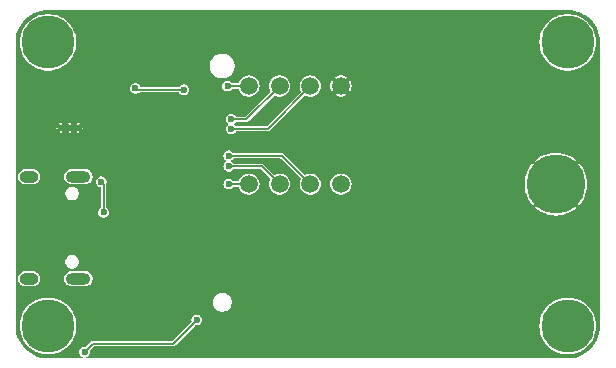
<source format=gbl>
G04 #@! TF.GenerationSoftware,KiCad,Pcbnew,8.0.1+dfsg-1*
G04 #@! TF.CreationDate,2024-10-13T21:14:54+00:00*
G04 #@! TF.ProjectId,usb2m2e,75736232-6d32-4652-9e6b-696361645f70,rev?*
G04 #@! TF.SameCoordinates,Original*
G04 #@! TF.FileFunction,Copper,L2,Bot*
G04 #@! TF.FilePolarity,Positive*
%FSLAX46Y46*%
G04 Gerber Fmt 4.6, Leading zero omitted, Abs format (unit mm)*
G04 Created by KiCad (PCBNEW 8.0.1+dfsg-1) date 2024-10-13 21:14:54*
%MOMM*%
%LPD*%
G01*
G04 APERTURE LIST*
G04 #@! TA.AperFunction,ComponentPad*
%ADD10C,4.500000*%
G04 #@! TD*
G04 #@! TA.AperFunction,HeatsinkPad*
%ADD11C,0.500000*%
G04 #@! TD*
G04 #@! TA.AperFunction,HeatsinkPad*
%ADD12R,2.000000X0.500000*%
G04 #@! TD*
G04 #@! TA.AperFunction,ComponentPad*
%ADD13O,2.100000X1.000000*%
G04 #@! TD*
G04 #@! TA.AperFunction,ComponentPad*
%ADD14O,1.600000X1.000000*%
G04 #@! TD*
G04 #@! TA.AperFunction,ComponentPad*
%ADD15C,5.000000*%
G04 #@! TD*
G04 #@! TA.AperFunction,SMDPad,CuDef*
%ADD16C,1.500000*%
G04 #@! TD*
G04 #@! TA.AperFunction,ViaPad*
%ADD17C,0.800000*%
G04 #@! TD*
G04 #@! TA.AperFunction,ViaPad*
%ADD18C,0.600000*%
G04 #@! TD*
G04 #@! TA.AperFunction,Conductor*
%ADD19C,0.150000*%
G04 #@! TD*
G04 APERTURE END LIST*
D10*
X122000000Y-71000000D03*
X166000000Y-95000000D03*
D11*
X123075000Y-78237500D03*
X123825000Y-78237500D03*
D12*
X123825000Y-78237500D03*
D11*
X124575000Y-78237500D03*
D10*
X166000000Y-71000000D03*
D13*
X124570000Y-82360000D03*
D14*
X120390000Y-82360000D03*
D13*
X124570000Y-91000000D03*
D14*
X120390000Y-91000000D03*
D10*
X122000000Y-95000000D03*
D15*
X165000000Y-83000000D03*
D16*
X144200000Y-74700000D03*
X146800000Y-83000000D03*
X146800000Y-74700000D03*
X144200000Y-83000000D03*
X139000000Y-83000000D03*
X139000000Y-74700000D03*
X141600000Y-83000000D03*
X141600000Y-74700000D03*
D17*
X137600000Y-88000000D03*
D18*
X129500000Y-89200000D03*
D17*
X132900000Y-78250000D03*
X120200000Y-77200000D03*
D18*
X127000000Y-97100000D03*
X125300000Y-80400000D03*
X121600000Y-89900000D03*
D17*
X125800000Y-74300000D03*
X142700000Y-96000000D03*
X132900000Y-76750000D03*
X143900000Y-94500000D03*
X130100000Y-75650000D03*
X128200000Y-76800000D03*
D18*
X135500000Y-94500000D03*
D17*
X126400000Y-91700000D03*
D18*
X126000000Y-97200000D03*
X121350000Y-83500000D03*
D17*
X132900000Y-79750000D03*
X132850000Y-82750000D03*
D18*
X122000000Y-81300000D03*
D17*
X132850000Y-90750000D03*
X132850000Y-84250000D03*
X120700000Y-76000000D03*
X128200000Y-77900000D03*
X132850000Y-92200000D03*
D18*
X130200000Y-85900000D03*
D17*
X124300000Y-92600000D03*
X123300000Y-74300000D03*
X145100000Y-96000000D03*
X132900000Y-81250000D03*
D18*
X126700000Y-85400000D03*
X126507053Y-82791975D03*
X129400000Y-74900000D03*
X133500000Y-75000000D03*
D17*
X146800000Y-83000000D03*
D18*
X137300000Y-83000000D03*
X137500000Y-78300000D03*
X134600000Y-94500000D03*
X125100000Y-97200000D03*
X137300000Y-81500000D03*
X137300000Y-80600000D03*
X137200000Y-74700000D03*
X137500000Y-77500000D03*
D19*
X126700000Y-85400000D02*
X126700000Y-82984922D01*
X126700000Y-82984922D02*
X126507053Y-82791975D01*
X129400000Y-74900000D02*
X129500000Y-75000000D01*
X129500000Y-75000000D02*
X133500000Y-75000000D01*
X137300000Y-83000000D02*
X139000000Y-83000000D01*
X137500000Y-78300000D02*
X140600000Y-78300000D01*
X140600000Y-78300000D02*
X144200000Y-74700000D01*
X125800000Y-96500000D02*
X129500000Y-96500000D01*
X132600000Y-96500000D02*
X134600000Y-94500000D01*
X125100000Y-97200000D02*
X125800000Y-96500000D01*
X129500000Y-96500000D02*
X132600000Y-96500000D01*
X140100000Y-81500000D02*
X141600000Y-83000000D01*
X137300000Y-81500000D02*
X140100000Y-81500000D01*
X144200000Y-83000000D02*
X141800000Y-80600000D01*
X141800000Y-80600000D02*
X137300000Y-80600000D01*
X137200000Y-74700000D02*
X139000000Y-74700000D01*
X138800000Y-77500000D02*
X141600000Y-74700000D01*
X137500000Y-77500000D02*
X138800000Y-77500000D01*
G04 #@! TA.AperFunction,Conductor*
G36*
X166002065Y-68250615D02*
G01*
X166303708Y-68267555D01*
X166311944Y-68268484D01*
X166607719Y-68318739D01*
X166615810Y-68320585D01*
X166904119Y-68403645D01*
X166911933Y-68406379D01*
X167189122Y-68521195D01*
X167196598Y-68524795D01*
X167400263Y-68637357D01*
X167459182Y-68669920D01*
X167466209Y-68674335D01*
X167710901Y-68847953D01*
X167717389Y-68853128D01*
X167941091Y-69053041D01*
X167946958Y-69058908D01*
X168146871Y-69282610D01*
X168152046Y-69289098D01*
X168325664Y-69533790D01*
X168330079Y-69540817D01*
X168475204Y-69803401D01*
X168478804Y-69810877D01*
X168593616Y-70088057D01*
X168596357Y-70095890D01*
X168679414Y-70384190D01*
X168681260Y-70392280D01*
X168731514Y-70688049D01*
X168732444Y-70696296D01*
X168749384Y-70997934D01*
X168749500Y-71002083D01*
X168749500Y-94997916D01*
X168749384Y-95002065D01*
X168732444Y-95303703D01*
X168731514Y-95311950D01*
X168681260Y-95607719D01*
X168679414Y-95615809D01*
X168596357Y-95904109D01*
X168593616Y-95911942D01*
X168478804Y-96189122D01*
X168475204Y-96196598D01*
X168330079Y-96459182D01*
X168325664Y-96466209D01*
X168152046Y-96710901D01*
X168146871Y-96717389D01*
X167946958Y-96941091D01*
X167941091Y-96946958D01*
X167717389Y-97146871D01*
X167710901Y-97152046D01*
X167466209Y-97325664D01*
X167459182Y-97330079D01*
X167196598Y-97475204D01*
X167189122Y-97478804D01*
X166911942Y-97593616D01*
X166904109Y-97596357D01*
X166615809Y-97679414D01*
X166607719Y-97681260D01*
X166311950Y-97731514D01*
X166303703Y-97732444D01*
X166002066Y-97749384D01*
X165997917Y-97749500D01*
X125330254Y-97749500D01*
X125277928Y-97727826D01*
X125256254Y-97675500D01*
X125277928Y-97623174D01*
X125290247Y-97613247D01*
X125316528Y-97596357D01*
X125398049Y-97543967D01*
X125482882Y-97446063D01*
X125536697Y-97328226D01*
X125555133Y-97200000D01*
X125543279Y-97117559D01*
X125557286Y-97062683D01*
X125564192Y-97054711D01*
X125871732Y-96747174D01*
X125924058Y-96725500D01*
X129455145Y-96725500D01*
X132546525Y-96725500D01*
X132546533Y-96725501D01*
X132555145Y-96725501D01*
X132644854Y-96725501D01*
X132644855Y-96725501D01*
X132703460Y-96701225D01*
X132727736Y-96691170D01*
X132791170Y-96627736D01*
X132791170Y-96627735D01*
X132801575Y-96617330D01*
X132801577Y-96617327D01*
X134418904Y-94999999D01*
X163594754Y-94999999D01*
X163594754Y-95000000D01*
X163613719Y-95301447D01*
X163613722Y-95301470D01*
X163670318Y-95598157D01*
X163670322Y-95598173D01*
X163763654Y-95885419D01*
X163763656Y-95885423D01*
X163892267Y-96158737D01*
X164054114Y-96413767D01*
X164246647Y-96646500D01*
X164246650Y-96646502D01*
X164246651Y-96646504D01*
X164466838Y-96853274D01*
X164711205Y-97030816D01*
X164975896Y-97176332D01*
X165035675Y-97200000D01*
X165256730Y-97287522D01*
X165256734Y-97287524D01*
X165256738Y-97287525D01*
X165549302Y-97362642D01*
X165549298Y-97362642D01*
X165848965Y-97400499D01*
X165848972Y-97400500D01*
X165848973Y-97400500D01*
X166151028Y-97400500D01*
X166151031Y-97400499D01*
X166450698Y-97362642D01*
X166743262Y-97287525D01*
X167024104Y-97176332D01*
X167288795Y-97030816D01*
X167533162Y-96853274D01*
X167753349Y-96646504D01*
X167945885Y-96413768D01*
X168107733Y-96158736D01*
X168236341Y-95885430D01*
X168250308Y-95842446D01*
X168329677Y-95598173D01*
X168329677Y-95598170D01*
X168329681Y-95598160D01*
X168386280Y-95301457D01*
X168405246Y-95000000D01*
X168386280Y-94698543D01*
X168329681Y-94401840D01*
X168329678Y-94401833D01*
X168329677Y-94401826D01*
X168236345Y-94114580D01*
X168236343Y-94114576D01*
X168236342Y-94114575D01*
X168236341Y-94114570D01*
X168107733Y-93841264D01*
X168081863Y-93800500D01*
X167945885Y-93586232D01*
X167753352Y-93353499D01*
X167753349Y-93353496D01*
X167533162Y-93146726D01*
X167431191Y-93072640D01*
X167288800Y-92969187D01*
X167201436Y-92921158D01*
X167024104Y-92823668D01*
X167024097Y-92823665D01*
X166743269Y-92712477D01*
X166743265Y-92712475D01*
X166450696Y-92637357D01*
X166450701Y-92637357D01*
X166151034Y-92599500D01*
X166151027Y-92599500D01*
X165848973Y-92599500D01*
X165848965Y-92599500D01*
X165549301Y-92637357D01*
X165256734Y-92712475D01*
X165256730Y-92712477D01*
X164975902Y-92823665D01*
X164975895Y-92823668D01*
X164711199Y-92969187D01*
X164466839Y-93146725D01*
X164246647Y-93353499D01*
X164054114Y-93586232D01*
X163892267Y-93841262D01*
X163763656Y-94114576D01*
X163763654Y-94114580D01*
X163670322Y-94401826D01*
X163670318Y-94401842D01*
X163613722Y-94698529D01*
X163613719Y-94698552D01*
X163594754Y-94999999D01*
X134418904Y-94999999D01*
X134452526Y-94966377D01*
X134504851Y-94944704D01*
X134525699Y-94947702D01*
X134535228Y-94950500D01*
X134535229Y-94950500D01*
X134664772Y-94950500D01*
X134789069Y-94914004D01*
X134898049Y-94843967D01*
X134982882Y-94746063D01*
X135036697Y-94628226D01*
X135055133Y-94500000D01*
X135036697Y-94371774D01*
X134982882Y-94253937D01*
X134898049Y-94156033D01*
X134831032Y-94112964D01*
X134789068Y-94085995D01*
X134664772Y-94049500D01*
X134535228Y-94049500D01*
X134410931Y-94085995D01*
X134301954Y-94156031D01*
X134301950Y-94156034D01*
X134217119Y-94253935D01*
X134163302Y-94371776D01*
X134144867Y-94500000D01*
X134156719Y-94582439D01*
X134142712Y-94637316D01*
X134135798Y-94645295D01*
X132528269Y-96252826D01*
X132475943Y-96274500D01*
X125755145Y-96274500D01*
X125672266Y-96308828D01*
X125672262Y-96308831D01*
X125247473Y-96733620D01*
X125195147Y-96755294D01*
X125174301Y-96752297D01*
X125164774Y-96749500D01*
X125164772Y-96749500D01*
X125035228Y-96749500D01*
X124910931Y-96785995D01*
X124801954Y-96856031D01*
X124801950Y-96856034D01*
X124717119Y-96953935D01*
X124663302Y-97071776D01*
X124644867Y-97200000D01*
X124663302Y-97328223D01*
X124663302Y-97328224D01*
X124663303Y-97328226D01*
X124717118Y-97446063D01*
X124801951Y-97543967D01*
X124883472Y-97596357D01*
X124909753Y-97613247D01*
X124942055Y-97659770D01*
X124931999Y-97715507D01*
X124885476Y-97747809D01*
X124869746Y-97749500D01*
X122002083Y-97749500D01*
X121997934Y-97749384D01*
X121696296Y-97732444D01*
X121688049Y-97731514D01*
X121392280Y-97681260D01*
X121384190Y-97679414D01*
X121095890Y-97596357D01*
X121088057Y-97593616D01*
X120810877Y-97478804D01*
X120803401Y-97475204D01*
X120540817Y-97330079D01*
X120533790Y-97325664D01*
X120289098Y-97152046D01*
X120282610Y-97146871D01*
X120058908Y-96946958D01*
X120053041Y-96941091D01*
X119853128Y-96717389D01*
X119847953Y-96710901D01*
X119674335Y-96466209D01*
X119669920Y-96459182D01*
X119586823Y-96308830D01*
X119524795Y-96196598D01*
X119521195Y-96189122D01*
X119508609Y-96158736D01*
X119406379Y-95911933D01*
X119403645Y-95904119D01*
X119320585Y-95615809D01*
X119318739Y-95607719D01*
X119268485Y-95311950D01*
X119267555Y-95303703D01*
X119267428Y-95301447D01*
X119250616Y-95002065D01*
X119250558Y-94999999D01*
X119594754Y-94999999D01*
X119594754Y-95000000D01*
X119613719Y-95301447D01*
X119613722Y-95301470D01*
X119670318Y-95598157D01*
X119670322Y-95598173D01*
X119763654Y-95885419D01*
X119763656Y-95885423D01*
X119892267Y-96158737D01*
X120054114Y-96413767D01*
X120246647Y-96646500D01*
X120246650Y-96646502D01*
X120246651Y-96646504D01*
X120466838Y-96853274D01*
X120711205Y-97030816D01*
X120975896Y-97176332D01*
X121035675Y-97200000D01*
X121256730Y-97287522D01*
X121256734Y-97287524D01*
X121256738Y-97287525D01*
X121549302Y-97362642D01*
X121549298Y-97362642D01*
X121848965Y-97400499D01*
X121848972Y-97400500D01*
X121848973Y-97400500D01*
X122151028Y-97400500D01*
X122151031Y-97400499D01*
X122450698Y-97362642D01*
X122743262Y-97287525D01*
X123024104Y-97176332D01*
X123288795Y-97030816D01*
X123533162Y-96853274D01*
X123753349Y-96646504D01*
X123945885Y-96413768D01*
X124107733Y-96158736D01*
X124236341Y-95885430D01*
X124250308Y-95842446D01*
X124329677Y-95598173D01*
X124329677Y-95598170D01*
X124329681Y-95598160D01*
X124386280Y-95301457D01*
X124405246Y-95000000D01*
X124386280Y-94698543D01*
X124329681Y-94401840D01*
X124329678Y-94401833D01*
X124329677Y-94401826D01*
X124236345Y-94114580D01*
X124236343Y-94114576D01*
X124236342Y-94114575D01*
X124236341Y-94114570D01*
X124107733Y-93841264D01*
X124081863Y-93800500D01*
X123945885Y-93586232D01*
X123753352Y-93353499D01*
X123753349Y-93353496D01*
X123533162Y-93146726D01*
X123431191Y-93072640D01*
X123288800Y-92969187D01*
X123201438Y-92921159D01*
X135949500Y-92921159D01*
X135949500Y-93078840D01*
X135980261Y-93233491D01*
X135980264Y-93233501D01*
X136040603Y-93379174D01*
X136040605Y-93379177D01*
X136040606Y-93379179D01*
X136128211Y-93510289D01*
X136239711Y-93621789D01*
X136370821Y-93709394D01*
X136370826Y-93709396D01*
X136370825Y-93709396D01*
X136516498Y-93769735D01*
X136516503Y-93769737D01*
X136671158Y-93800500D01*
X136671160Y-93800500D01*
X136828840Y-93800500D01*
X136828842Y-93800500D01*
X136983497Y-93769737D01*
X137129179Y-93709394D01*
X137260289Y-93621789D01*
X137371789Y-93510289D01*
X137459394Y-93379179D01*
X137519737Y-93233497D01*
X137550500Y-93078842D01*
X137550500Y-92921158D01*
X137519737Y-92766503D01*
X137466244Y-92637358D01*
X137459396Y-92620825D01*
X137459395Y-92620823D01*
X137459394Y-92620821D01*
X137371789Y-92489711D01*
X137260289Y-92378211D01*
X137129179Y-92290606D01*
X137129175Y-92290604D01*
X137129173Y-92290603D01*
X137129174Y-92290603D01*
X136983501Y-92230264D01*
X136983491Y-92230261D01*
X136879925Y-92209661D01*
X136828842Y-92199500D01*
X136671158Y-92199500D01*
X136627315Y-92208220D01*
X136516508Y-92230261D01*
X136516498Y-92230264D01*
X136370825Y-92290603D01*
X136239711Y-92378210D01*
X136239710Y-92378212D01*
X136128212Y-92489710D01*
X136128210Y-92489711D01*
X136040603Y-92620825D01*
X135980264Y-92766498D01*
X135980261Y-92766508D01*
X135949500Y-92921159D01*
X123201438Y-92921159D01*
X123201436Y-92921158D01*
X123024104Y-92823668D01*
X123024097Y-92823665D01*
X122743269Y-92712477D01*
X122743265Y-92712475D01*
X122450696Y-92637357D01*
X122450701Y-92637357D01*
X122151034Y-92599500D01*
X122151027Y-92599500D01*
X121848973Y-92599500D01*
X121848965Y-92599500D01*
X121549301Y-92637357D01*
X121256734Y-92712475D01*
X121256730Y-92712477D01*
X120975902Y-92823665D01*
X120975895Y-92823668D01*
X120711199Y-92969187D01*
X120466839Y-93146725D01*
X120246647Y-93353499D01*
X120054114Y-93586232D01*
X119892267Y-93841262D01*
X119763656Y-94114576D01*
X119763654Y-94114580D01*
X119670322Y-94401826D01*
X119670318Y-94401842D01*
X119613722Y-94698529D01*
X119613719Y-94698552D01*
X119594754Y-94999999D01*
X119250558Y-94999999D01*
X119250500Y-94997916D01*
X119250500Y-90935932D01*
X119439500Y-90935932D01*
X119439500Y-91064067D01*
X119464497Y-91189739D01*
X119464498Y-91189742D01*
X119464499Y-91189744D01*
X119513535Y-91308127D01*
X119584724Y-91414669D01*
X119675331Y-91505276D01*
X119781873Y-91576465D01*
X119900256Y-91625501D01*
X119900258Y-91625501D01*
X119900260Y-91625502D01*
X119942903Y-91633984D01*
X120025931Y-91650500D01*
X120025933Y-91650500D01*
X120754067Y-91650500D01*
X120754069Y-91650500D01*
X120879744Y-91625501D01*
X120998127Y-91576465D01*
X121104669Y-91505276D01*
X121195276Y-91414669D01*
X121266465Y-91308127D01*
X121315501Y-91189744D01*
X121340500Y-91064069D01*
X121340500Y-90935932D01*
X123369500Y-90935932D01*
X123369500Y-91064067D01*
X123394497Y-91189739D01*
X123394498Y-91189742D01*
X123394499Y-91189744D01*
X123443535Y-91308127D01*
X123514724Y-91414669D01*
X123605331Y-91505276D01*
X123711873Y-91576465D01*
X123830256Y-91625501D01*
X123830258Y-91625501D01*
X123830260Y-91625502D01*
X123872903Y-91633984D01*
X123955931Y-91650500D01*
X123955933Y-91650500D01*
X125184067Y-91650500D01*
X125184069Y-91650500D01*
X125309744Y-91625501D01*
X125428127Y-91576465D01*
X125534669Y-91505276D01*
X125625276Y-91414669D01*
X125696465Y-91308127D01*
X125745501Y-91189744D01*
X125770500Y-91064069D01*
X125770500Y-90935931D01*
X125745501Y-90810256D01*
X125696465Y-90691873D01*
X125625276Y-90585331D01*
X125534669Y-90494724D01*
X125428127Y-90423535D01*
X125428124Y-90423533D01*
X125428123Y-90423533D01*
X125309742Y-90374498D01*
X125309739Y-90374497D01*
X125219696Y-90356586D01*
X125184069Y-90349500D01*
X123955931Y-90349500D01*
X123924726Y-90355707D01*
X123830260Y-90374497D01*
X123830257Y-90374498D01*
X123711876Y-90423533D01*
X123605331Y-90494723D01*
X123605330Y-90494725D01*
X123514725Y-90585330D01*
X123514723Y-90585331D01*
X123443533Y-90691876D01*
X123394498Y-90810257D01*
X123394497Y-90810260D01*
X123369500Y-90935932D01*
X121340500Y-90935932D01*
X121340500Y-90935931D01*
X121315501Y-90810256D01*
X121266465Y-90691873D01*
X121195276Y-90585331D01*
X121104669Y-90494724D01*
X120998127Y-90423535D01*
X120998124Y-90423533D01*
X120998123Y-90423533D01*
X120879742Y-90374498D01*
X120879739Y-90374497D01*
X120789696Y-90356586D01*
X120754069Y-90349500D01*
X120025931Y-90349500D01*
X119994726Y-90355707D01*
X119900260Y-90374497D01*
X119900257Y-90374498D01*
X119781876Y-90423533D01*
X119675331Y-90494723D01*
X119675330Y-90494725D01*
X119584725Y-90585330D01*
X119584723Y-90585331D01*
X119513533Y-90691876D01*
X119464498Y-90810257D01*
X119464497Y-90810260D01*
X119439500Y-90935932D01*
X119250500Y-90935932D01*
X119250500Y-89494231D01*
X123464500Y-89494231D01*
X123464500Y-89645768D01*
X123503717Y-89792130D01*
X123503718Y-89792133D01*
X123503719Y-89792135D01*
X123579485Y-89923365D01*
X123686635Y-90030515D01*
X123817865Y-90106281D01*
X123964231Y-90145499D01*
X123964232Y-90145500D01*
X123964234Y-90145500D01*
X124115768Y-90145500D01*
X124115768Y-90145499D01*
X124262135Y-90106281D01*
X124393365Y-90030515D01*
X124500515Y-89923365D01*
X124576281Y-89792135D01*
X124615499Y-89645768D01*
X124615500Y-89645768D01*
X124615500Y-89494232D01*
X124615499Y-89494231D01*
X124576282Y-89347869D01*
X124576281Y-89347865D01*
X124500515Y-89216635D01*
X124393365Y-89109485D01*
X124393362Y-89109483D01*
X124262139Y-89033721D01*
X124262130Y-89033717D01*
X124115768Y-88994500D01*
X124115766Y-88994500D01*
X123964234Y-88994500D01*
X123964232Y-88994500D01*
X123817869Y-89033717D01*
X123817860Y-89033721D01*
X123686637Y-89109483D01*
X123579483Y-89216637D01*
X123503721Y-89347860D01*
X123503717Y-89347869D01*
X123464500Y-89494231D01*
X119250500Y-89494231D01*
X119250500Y-83714231D01*
X123464500Y-83714231D01*
X123464500Y-83865768D01*
X123503717Y-84012130D01*
X123503721Y-84012139D01*
X123579483Y-84143362D01*
X123579485Y-84143365D01*
X123686635Y-84250515D01*
X123817865Y-84326281D01*
X123964231Y-84365499D01*
X123964232Y-84365500D01*
X123964234Y-84365500D01*
X124115768Y-84365500D01*
X124115768Y-84365499D01*
X124262135Y-84326281D01*
X124393365Y-84250515D01*
X124500515Y-84143365D01*
X124576281Y-84012135D01*
X124615499Y-83865768D01*
X124615500Y-83865768D01*
X124615500Y-83714232D01*
X124615499Y-83714231D01*
X124606688Y-83681349D01*
X124576281Y-83567865D01*
X124500515Y-83436635D01*
X124393365Y-83329485D01*
X124393362Y-83329483D01*
X124262139Y-83253721D01*
X124262130Y-83253717D01*
X124115768Y-83214500D01*
X124115766Y-83214500D01*
X123964234Y-83214500D01*
X123964232Y-83214500D01*
X123817869Y-83253717D01*
X123817860Y-83253721D01*
X123686637Y-83329483D01*
X123579483Y-83436637D01*
X123503721Y-83567860D01*
X123503717Y-83567869D01*
X123464500Y-83714231D01*
X119250500Y-83714231D01*
X119250500Y-82295931D01*
X119439500Y-82295931D01*
X119439500Y-82424069D01*
X119444262Y-82448008D01*
X119464497Y-82549739D01*
X119464498Y-82549742D01*
X119511721Y-82663749D01*
X119513535Y-82668127D01*
X119584724Y-82774669D01*
X119675331Y-82865276D01*
X119781873Y-82936465D01*
X119900256Y-82985501D01*
X119900258Y-82985501D01*
X119900260Y-82985502D01*
X119942903Y-82993984D01*
X120025931Y-83010500D01*
X120025933Y-83010500D01*
X120754067Y-83010500D01*
X120754069Y-83010500D01*
X120879744Y-82985501D01*
X120998127Y-82936465D01*
X121104669Y-82865276D01*
X121195276Y-82774669D01*
X121266465Y-82668127D01*
X121315501Y-82549744D01*
X121340500Y-82424069D01*
X121340500Y-82295931D01*
X123369500Y-82295931D01*
X123369500Y-82424069D01*
X123374262Y-82448008D01*
X123394497Y-82549739D01*
X123394498Y-82549742D01*
X123441721Y-82663749D01*
X123443535Y-82668127D01*
X123514724Y-82774669D01*
X123605331Y-82865276D01*
X123711873Y-82936465D01*
X123830256Y-82985501D01*
X123830258Y-82985501D01*
X123830260Y-82985502D01*
X123872903Y-82993984D01*
X123955931Y-83010500D01*
X123955933Y-83010500D01*
X125184067Y-83010500D01*
X125184069Y-83010500D01*
X125309744Y-82985501D01*
X125428127Y-82936465D01*
X125534669Y-82865276D01*
X125607970Y-82791975D01*
X126051920Y-82791975D01*
X126070355Y-82920198D01*
X126070355Y-82920199D01*
X126070356Y-82920201D01*
X126124171Y-83038038D01*
X126209004Y-83135942D01*
X126317984Y-83205979D01*
X126421347Y-83236328D01*
X126465448Y-83271866D01*
X126474500Y-83307331D01*
X126474500Y-84969000D01*
X126452826Y-85021326D01*
X126440509Y-85031252D01*
X126401953Y-85056031D01*
X126401950Y-85056034D01*
X126317119Y-85153935D01*
X126263302Y-85271776D01*
X126244867Y-85400000D01*
X126263302Y-85528223D01*
X126263302Y-85528224D01*
X126263303Y-85528226D01*
X126317118Y-85646063D01*
X126401951Y-85743967D01*
X126510931Y-85814004D01*
X126635228Y-85850500D01*
X126764772Y-85850500D01*
X126889069Y-85814004D01*
X126998049Y-85743967D01*
X127082882Y-85646063D01*
X127136697Y-85528226D01*
X127155133Y-85400000D01*
X127136697Y-85271774D01*
X127082882Y-85153937D01*
X126998049Y-85056033D01*
X126998046Y-85056031D01*
X126959491Y-85031252D01*
X126927191Y-84984728D01*
X126925500Y-84969000D01*
X126925500Y-83000000D01*
X136844867Y-83000000D01*
X136863302Y-83128223D01*
X136863302Y-83128224D01*
X136863303Y-83128226D01*
X136917118Y-83246063D01*
X137001951Y-83343967D01*
X137110931Y-83414004D01*
X137235228Y-83450500D01*
X137364772Y-83450500D01*
X137489069Y-83414004D01*
X137598049Y-83343967D01*
X137641603Y-83293702D01*
X137678569Y-83251041D01*
X137729216Y-83225689D01*
X137734495Y-83225500D01*
X138072663Y-83225500D01*
X138124989Y-83247174D01*
X138143041Y-83276633D01*
X138172819Y-83368280D01*
X138267464Y-83532213D01*
X138267467Y-83532216D01*
X138360330Y-83635351D01*
X138394131Y-83672890D01*
X138547266Y-83784149D01*
X138547271Y-83784152D01*
X138688189Y-83846893D01*
X138720197Y-83861144D01*
X138905354Y-83900500D01*
X138905355Y-83900500D01*
X139094645Y-83900500D01*
X139094646Y-83900500D01*
X139279803Y-83861144D01*
X139452730Y-83784151D01*
X139605871Y-83672888D01*
X139732533Y-83532216D01*
X139827179Y-83368284D01*
X139885674Y-83188256D01*
X139905460Y-83000000D01*
X139885674Y-82811744D01*
X139827179Y-82631716D01*
X139775939Y-82542965D01*
X139732535Y-82467786D01*
X139732532Y-82467783D01*
X139714727Y-82448009D01*
X139605871Y-82327112D01*
X139605870Y-82327111D01*
X139605868Y-82327109D01*
X139452733Y-82215850D01*
X139452728Y-82215847D01*
X139279804Y-82138856D01*
X139279802Y-82138855D01*
X139134001Y-82107865D01*
X139094646Y-82099500D01*
X138905354Y-82099500D01*
X138872897Y-82106398D01*
X138720197Y-82138855D01*
X138720195Y-82138856D01*
X138547271Y-82215847D01*
X138547266Y-82215850D01*
X138394131Y-82327109D01*
X138267467Y-82467783D01*
X138267464Y-82467786D01*
X138172819Y-82631719D01*
X138143041Y-82723367D01*
X138106258Y-82766435D01*
X138072663Y-82774500D01*
X137734495Y-82774500D01*
X137682169Y-82752826D01*
X137678569Y-82748959D01*
X137598052Y-82656036D01*
X137598050Y-82656035D01*
X137598049Y-82656033D01*
X137531032Y-82612964D01*
X137489068Y-82585995D01*
X137364772Y-82549500D01*
X137235228Y-82549500D01*
X137110931Y-82585995D01*
X137001954Y-82656031D01*
X137001950Y-82656034D01*
X136917119Y-82753935D01*
X136863302Y-82871776D01*
X136844867Y-83000000D01*
X126925500Y-83000000D01*
X126925500Y-82976258D01*
X126932186Y-82945520D01*
X126943750Y-82920201D01*
X126962186Y-82791975D01*
X126943750Y-82663749D01*
X126889935Y-82545912D01*
X126805102Y-82448008D01*
X126738085Y-82404939D01*
X126696121Y-82377970D01*
X126571825Y-82341475D01*
X126442281Y-82341475D01*
X126317984Y-82377970D01*
X126209007Y-82448006D01*
X126209003Y-82448009D01*
X126124172Y-82545910D01*
X126124171Y-82545911D01*
X126124171Y-82545912D01*
X126105865Y-82585996D01*
X126070355Y-82663751D01*
X126051920Y-82791975D01*
X125607970Y-82791975D01*
X125625276Y-82774669D01*
X125696465Y-82668127D01*
X125745501Y-82549744D01*
X125770500Y-82424069D01*
X125770500Y-82295931D01*
X125755618Y-82221115D01*
X125745502Y-82170260D01*
X125745501Y-82170257D01*
X125738397Y-82153107D01*
X125696465Y-82051873D01*
X125625276Y-81945331D01*
X125534669Y-81854724D01*
X125518571Y-81843968D01*
X125445649Y-81795243D01*
X125428127Y-81783535D01*
X125428124Y-81783533D01*
X125428123Y-81783533D01*
X125309742Y-81734498D01*
X125309739Y-81734497D01*
X125219696Y-81716586D01*
X125184069Y-81709500D01*
X123955931Y-81709500D01*
X123924726Y-81715707D01*
X123830260Y-81734497D01*
X123830257Y-81734498D01*
X123711876Y-81783533D01*
X123605331Y-81854723D01*
X123605330Y-81854725D01*
X123514725Y-81945330D01*
X123514723Y-81945331D01*
X123443533Y-82051876D01*
X123394498Y-82170257D01*
X123394497Y-82170260D01*
X123384382Y-82221115D01*
X123369500Y-82295931D01*
X121340500Y-82295931D01*
X121325618Y-82221115D01*
X121315502Y-82170260D01*
X121315501Y-82170257D01*
X121308397Y-82153107D01*
X121266465Y-82051873D01*
X121195276Y-81945331D01*
X121104669Y-81854724D01*
X121088571Y-81843968D01*
X121015649Y-81795243D01*
X120998127Y-81783535D01*
X120998124Y-81783533D01*
X120998123Y-81783533D01*
X120879742Y-81734498D01*
X120879739Y-81734497D01*
X120789696Y-81716586D01*
X120754069Y-81709500D01*
X120025931Y-81709500D01*
X119994726Y-81715707D01*
X119900260Y-81734497D01*
X119900257Y-81734498D01*
X119781876Y-81783533D01*
X119675331Y-81854723D01*
X119675330Y-81854725D01*
X119584725Y-81945330D01*
X119584723Y-81945331D01*
X119513533Y-82051876D01*
X119464498Y-82170257D01*
X119464497Y-82170260D01*
X119454382Y-82221115D01*
X119439500Y-82295931D01*
X119250500Y-82295931D01*
X119250500Y-80600000D01*
X136844867Y-80600000D01*
X136863302Y-80728223D01*
X136863302Y-80728224D01*
X136863303Y-80728226D01*
X136917118Y-80846063D01*
X137001951Y-80943967D01*
X137070075Y-80987747D01*
X137102376Y-81034270D01*
X137092320Y-81090008D01*
X137070076Y-81112251D01*
X137001954Y-81156031D01*
X137001951Y-81156033D01*
X137001950Y-81156034D01*
X136917119Y-81253935D01*
X136863302Y-81371776D01*
X136844867Y-81500000D01*
X136863302Y-81628223D01*
X136863302Y-81628224D01*
X136863303Y-81628226D01*
X136917118Y-81746063D01*
X137001951Y-81843967D01*
X137110931Y-81914004D01*
X137235228Y-81950500D01*
X137364772Y-81950500D01*
X137489069Y-81914004D01*
X137598049Y-81843967D01*
X137650415Y-81783533D01*
X137678569Y-81751041D01*
X137729216Y-81725689D01*
X137734495Y-81725500D01*
X139975943Y-81725500D01*
X140028269Y-81747174D01*
X140783909Y-82502815D01*
X140805583Y-82555141D01*
X140795669Y-82592140D01*
X140772819Y-82631717D01*
X140714327Y-82811738D01*
X140714326Y-82811742D01*
X140714326Y-82811744D01*
X140694540Y-83000000D01*
X140708016Y-83128223D01*
X140714327Y-83188261D01*
X140772819Y-83368280D01*
X140867464Y-83532213D01*
X140867467Y-83532216D01*
X140960330Y-83635351D01*
X140994131Y-83672890D01*
X141147266Y-83784149D01*
X141147271Y-83784152D01*
X141288189Y-83846893D01*
X141320197Y-83861144D01*
X141505354Y-83900500D01*
X141505355Y-83900500D01*
X141694645Y-83900500D01*
X141694646Y-83900500D01*
X141879803Y-83861144D01*
X142052730Y-83784151D01*
X142205871Y-83672888D01*
X142332533Y-83532216D01*
X142427179Y-83368284D01*
X142485674Y-83188256D01*
X142505460Y-83000000D01*
X142485674Y-82811744D01*
X142427179Y-82631716D01*
X142375939Y-82542965D01*
X142332535Y-82467786D01*
X142332532Y-82467783D01*
X142314727Y-82448009D01*
X142205871Y-82327112D01*
X142205870Y-82327111D01*
X142205868Y-82327109D01*
X142052733Y-82215850D01*
X142052728Y-82215847D01*
X141879804Y-82138856D01*
X141879802Y-82138855D01*
X141734001Y-82107865D01*
X141694646Y-82099500D01*
X141505354Y-82099500D01*
X141472897Y-82106398D01*
X141320197Y-82138855D01*
X141320195Y-82138856D01*
X141185072Y-82199017D01*
X141128454Y-82200500D01*
X141102647Y-82183741D01*
X140301578Y-81382673D01*
X140301578Y-81382672D01*
X140227738Y-81308832D01*
X140227736Y-81308830D01*
X140203460Y-81298774D01*
X140203458Y-81298773D01*
X140203458Y-81298772D01*
X140144855Y-81274499D01*
X140055145Y-81274499D01*
X140046533Y-81274499D01*
X140046525Y-81274500D01*
X137734495Y-81274500D01*
X137682169Y-81252826D01*
X137678569Y-81248959D01*
X137598052Y-81156036D01*
X137598050Y-81156035D01*
X137598049Y-81156033D01*
X137529924Y-81112252D01*
X137497623Y-81065730D01*
X137507679Y-81009993D01*
X137529923Y-80987748D01*
X137598049Y-80943967D01*
X137678569Y-80851041D01*
X137729216Y-80825689D01*
X137734495Y-80825500D01*
X141675943Y-80825500D01*
X141728269Y-80847174D01*
X143383909Y-82502814D01*
X143405583Y-82555140D01*
X143395670Y-82592138D01*
X143372819Y-82631718D01*
X143314327Y-82811738D01*
X143314326Y-82811742D01*
X143314326Y-82811744D01*
X143294540Y-83000000D01*
X143308016Y-83128223D01*
X143314327Y-83188261D01*
X143372819Y-83368280D01*
X143467464Y-83532213D01*
X143467467Y-83532216D01*
X143560330Y-83635351D01*
X143594131Y-83672890D01*
X143747266Y-83784149D01*
X143747271Y-83784152D01*
X143888189Y-83846893D01*
X143920197Y-83861144D01*
X144105354Y-83900500D01*
X144105355Y-83900500D01*
X144294645Y-83900500D01*
X144294646Y-83900500D01*
X144479803Y-83861144D01*
X144652730Y-83784151D01*
X144805871Y-83672888D01*
X144932533Y-83532216D01*
X145027179Y-83368284D01*
X145085674Y-83188256D01*
X145105460Y-83000000D01*
X145894540Y-83000000D01*
X145908016Y-83128223D01*
X145914327Y-83188261D01*
X145972819Y-83368280D01*
X146067464Y-83532213D01*
X146067467Y-83532216D01*
X146160330Y-83635351D01*
X146194131Y-83672890D01*
X146347266Y-83784149D01*
X146347271Y-83784152D01*
X146488189Y-83846893D01*
X146520197Y-83861144D01*
X146705354Y-83900500D01*
X146705355Y-83900500D01*
X146894645Y-83900500D01*
X146894646Y-83900500D01*
X147079803Y-83861144D01*
X147252730Y-83784151D01*
X147405871Y-83672888D01*
X147532533Y-83532216D01*
X147627179Y-83368284D01*
X147685674Y-83188256D01*
X147705460Y-83000000D01*
X162345156Y-83000000D01*
X162364512Y-83320004D01*
X162422302Y-83635351D01*
X162517675Y-83941414D01*
X162649249Y-84233762D01*
X162649253Y-84233771D01*
X162815106Y-84508123D01*
X163012821Y-84760487D01*
X163020101Y-84767767D01*
X163980035Y-83807832D01*
X164008415Y-83846893D01*
X164153107Y-83991585D01*
X164192167Y-84019964D01*
X163232233Y-84979899D01*
X163239512Y-84987178D01*
X163491876Y-85184893D01*
X163766228Y-85350746D01*
X163766237Y-85350750D01*
X164058585Y-85482324D01*
X164364648Y-85577697D01*
X164679995Y-85635487D01*
X165000000Y-85654843D01*
X165320004Y-85635487D01*
X165635351Y-85577697D01*
X165941414Y-85482324D01*
X166233762Y-85350750D01*
X166233771Y-85350746D01*
X166508123Y-85184893D01*
X166760487Y-84987178D01*
X166767767Y-84979899D01*
X165807832Y-84019964D01*
X165846893Y-83991585D01*
X165991585Y-83846893D01*
X166019964Y-83807832D01*
X166979899Y-84767767D01*
X166987178Y-84760487D01*
X167184893Y-84508123D01*
X167350746Y-84233771D01*
X167350750Y-84233762D01*
X167482324Y-83941414D01*
X167577697Y-83635351D01*
X167635487Y-83320004D01*
X167654843Y-83000000D01*
X167635487Y-82679995D01*
X167577697Y-82364648D01*
X167482324Y-82058585D01*
X167350750Y-81766237D01*
X167350746Y-81766228D01*
X167184893Y-81491876D01*
X166987178Y-81239512D01*
X166979899Y-81232233D01*
X166019964Y-82192167D01*
X165991585Y-82153107D01*
X165846893Y-82008415D01*
X165807832Y-81980035D01*
X166767767Y-81020101D01*
X166760487Y-81012821D01*
X166508123Y-80815106D01*
X166233771Y-80649253D01*
X166233762Y-80649249D01*
X165941414Y-80517675D01*
X165635351Y-80422302D01*
X165320004Y-80364512D01*
X165000000Y-80345156D01*
X164679995Y-80364512D01*
X164364648Y-80422302D01*
X164058585Y-80517675D01*
X163766237Y-80649249D01*
X163766228Y-80649253D01*
X163491876Y-80815106D01*
X163239512Y-81012821D01*
X163232233Y-81020101D01*
X164192167Y-81980035D01*
X164153107Y-82008415D01*
X164008415Y-82153107D01*
X163980035Y-82192167D01*
X163020101Y-81232233D01*
X163012821Y-81239512D01*
X162815106Y-81491876D01*
X162649253Y-81766228D01*
X162649249Y-81766237D01*
X162517675Y-82058585D01*
X162422302Y-82364648D01*
X162364512Y-82679995D01*
X162345156Y-83000000D01*
X147705460Y-83000000D01*
X147685674Y-82811744D01*
X147627179Y-82631716D01*
X147575939Y-82542965D01*
X147532535Y-82467786D01*
X147532532Y-82467783D01*
X147514727Y-82448009D01*
X147405871Y-82327112D01*
X147405870Y-82327111D01*
X147405868Y-82327109D01*
X147252733Y-82215850D01*
X147252728Y-82215847D01*
X147079804Y-82138856D01*
X147079802Y-82138855D01*
X146934001Y-82107865D01*
X146894646Y-82099500D01*
X146705354Y-82099500D01*
X146672897Y-82106398D01*
X146520197Y-82138855D01*
X146520195Y-82138856D01*
X146347271Y-82215847D01*
X146347266Y-82215850D01*
X146194131Y-82327109D01*
X146067467Y-82467783D01*
X146067464Y-82467786D01*
X145972819Y-82631719D01*
X145914327Y-82811738D01*
X145914326Y-82811742D01*
X145914326Y-82811744D01*
X145894540Y-83000000D01*
X145105460Y-83000000D01*
X145085674Y-82811744D01*
X145027179Y-82631716D01*
X144975939Y-82542965D01*
X144932535Y-82467786D01*
X144932532Y-82467783D01*
X144914727Y-82448009D01*
X144805871Y-82327112D01*
X144805870Y-82327111D01*
X144805868Y-82327109D01*
X144652733Y-82215850D01*
X144652728Y-82215847D01*
X144479804Y-82138856D01*
X144479802Y-82138855D01*
X144334001Y-82107865D01*
X144294646Y-82099500D01*
X144105354Y-82099500D01*
X144072897Y-82106398D01*
X143920197Y-82138855D01*
X143920195Y-82138856D01*
X143785072Y-82199018D01*
X143728454Y-82200501D01*
X143702647Y-82183742D01*
X142001578Y-80482673D01*
X142001578Y-80482672D01*
X141927738Y-80408832D01*
X141927736Y-80408830D01*
X141903460Y-80398774D01*
X141903458Y-80398773D01*
X141903458Y-80398772D01*
X141844855Y-80374499D01*
X141755145Y-80374499D01*
X141746533Y-80374499D01*
X141746525Y-80374500D01*
X137734495Y-80374500D01*
X137682169Y-80352826D01*
X137678569Y-80348959D01*
X137598052Y-80256036D01*
X137598050Y-80256035D01*
X137598049Y-80256033D01*
X137531032Y-80212964D01*
X137489068Y-80185995D01*
X137364772Y-80149500D01*
X137235228Y-80149500D01*
X137110931Y-80185995D01*
X137001954Y-80256031D01*
X137001950Y-80256034D01*
X136917119Y-80353935D01*
X136863302Y-80471776D01*
X136844867Y-80600000D01*
X119250500Y-80600000D01*
X119250500Y-78606501D01*
X122918130Y-78606501D01*
X122949852Y-78622665D01*
X123075000Y-78642486D01*
X123200148Y-78622665D01*
X123200151Y-78622663D01*
X123231869Y-78606501D01*
X123668129Y-78606501D01*
X123699852Y-78622665D01*
X123825000Y-78642486D01*
X123950148Y-78622665D01*
X123950151Y-78622663D01*
X123981869Y-78606501D01*
X124418130Y-78606501D01*
X124449852Y-78622665D01*
X124575000Y-78642486D01*
X124700148Y-78622665D01*
X124700151Y-78622663D01*
X124731869Y-78606501D01*
X124575000Y-78449632D01*
X124418130Y-78606501D01*
X123981869Y-78606501D01*
X123825000Y-78449632D01*
X123668129Y-78606501D01*
X123231869Y-78606501D01*
X123075000Y-78449632D01*
X122918130Y-78606501D01*
X119250500Y-78606501D01*
X119250500Y-78237500D01*
X122670014Y-78237500D01*
X122689834Y-78362646D01*
X122689835Y-78362648D01*
X122705997Y-78394368D01*
X122862867Y-78237499D01*
X122842977Y-78217609D01*
X122975000Y-78217609D01*
X122975000Y-78257391D01*
X122990224Y-78294145D01*
X123018355Y-78322276D01*
X123055109Y-78337500D01*
X123094891Y-78337500D01*
X123131645Y-78322276D01*
X123159776Y-78294145D01*
X123175000Y-78257391D01*
X123175000Y-78237499D01*
X123287131Y-78237499D01*
X123444884Y-78395251D01*
X123455115Y-78395251D01*
X123612867Y-78237499D01*
X123592977Y-78217609D01*
X123725000Y-78217609D01*
X123725000Y-78257391D01*
X123740224Y-78294145D01*
X123768355Y-78322276D01*
X123805109Y-78337500D01*
X123844891Y-78337500D01*
X123881645Y-78322276D01*
X123909776Y-78294145D01*
X123925000Y-78257391D01*
X123925000Y-78237499D01*
X124037132Y-78237499D01*
X124194884Y-78395251D01*
X124205115Y-78395251D01*
X124362867Y-78237499D01*
X124342977Y-78217609D01*
X124475000Y-78217609D01*
X124475000Y-78257391D01*
X124490224Y-78294145D01*
X124518355Y-78322276D01*
X124555109Y-78337500D01*
X124594891Y-78337500D01*
X124631645Y-78322276D01*
X124659776Y-78294145D01*
X124675000Y-78257391D01*
X124675000Y-78237499D01*
X124787132Y-78237499D01*
X124787132Y-78237500D01*
X124944001Y-78394369D01*
X124960163Y-78362651D01*
X124960165Y-78362648D01*
X124979986Y-78237500D01*
X124979986Y-78237499D01*
X124960165Y-78112352D01*
X124944001Y-78080630D01*
X124787132Y-78237499D01*
X124675000Y-78237499D01*
X124675000Y-78217609D01*
X124659776Y-78180855D01*
X124631645Y-78152724D01*
X124594891Y-78137500D01*
X124555109Y-78137500D01*
X124518355Y-78152724D01*
X124490224Y-78180855D01*
X124475000Y-78217609D01*
X124342977Y-78217609D01*
X124205114Y-78079747D01*
X124194884Y-78079747D01*
X124037132Y-78237499D01*
X123925000Y-78237499D01*
X123925000Y-78217609D01*
X123909776Y-78180855D01*
X123881645Y-78152724D01*
X123844891Y-78137500D01*
X123805109Y-78137500D01*
X123768355Y-78152724D01*
X123740224Y-78180855D01*
X123725000Y-78217609D01*
X123592977Y-78217609D01*
X123455114Y-78079747D01*
X123444884Y-78079747D01*
X123287131Y-78237499D01*
X123175000Y-78237499D01*
X123175000Y-78217609D01*
X123159776Y-78180855D01*
X123131645Y-78152724D01*
X123094891Y-78137500D01*
X123055109Y-78137500D01*
X123018355Y-78152724D01*
X122990224Y-78180855D01*
X122975000Y-78217609D01*
X122842977Y-78217609D01*
X122705997Y-78080630D01*
X122689835Y-78112349D01*
X122689835Y-78112351D01*
X122670014Y-78237500D01*
X119250500Y-78237500D01*
X119250500Y-77868497D01*
X122918130Y-77868497D01*
X123074999Y-78025367D01*
X123231868Y-77868497D01*
X123668130Y-77868497D01*
X123824999Y-78025367D01*
X123981868Y-77868497D01*
X124418130Y-77868497D01*
X124574999Y-78025367D01*
X124731868Y-77868497D01*
X124700148Y-77852335D01*
X124700146Y-77852334D01*
X124575000Y-77832514D01*
X124449851Y-77852335D01*
X124449849Y-77852335D01*
X124418130Y-77868497D01*
X123981868Y-77868497D01*
X123950148Y-77852335D01*
X123950146Y-77852334D01*
X123825000Y-77832514D01*
X123699851Y-77852335D01*
X123699849Y-77852335D01*
X123668130Y-77868497D01*
X123231868Y-77868497D01*
X123200148Y-77852335D01*
X123200146Y-77852334D01*
X123075000Y-77832514D01*
X122949851Y-77852335D01*
X122949849Y-77852335D01*
X122918130Y-77868497D01*
X119250500Y-77868497D01*
X119250500Y-77500000D01*
X137044867Y-77500000D01*
X137063302Y-77628223D01*
X137063302Y-77628224D01*
X137063303Y-77628226D01*
X137117118Y-77746063D01*
X137201948Y-77843964D01*
X137201954Y-77843970D01*
X137202079Y-77844078D01*
X137202121Y-77844162D01*
X137205417Y-77847966D01*
X137204445Y-77848807D01*
X137227427Y-77894726D01*
X137209537Y-77948464D01*
X137202079Y-77955922D01*
X137201954Y-77956029D01*
X137117119Y-78053935D01*
X137063302Y-78171776D01*
X137044867Y-78300000D01*
X137063302Y-78428223D01*
X137063302Y-78428224D01*
X137063303Y-78428226D01*
X137117118Y-78546063D01*
X137201951Y-78643967D01*
X137310931Y-78714004D01*
X137435228Y-78750500D01*
X137564772Y-78750500D01*
X137689069Y-78714004D01*
X137798049Y-78643967D01*
X137878569Y-78551041D01*
X137929216Y-78525689D01*
X137934495Y-78525500D01*
X140546525Y-78525500D01*
X140546533Y-78525501D01*
X140555145Y-78525501D01*
X140644854Y-78525501D01*
X140644855Y-78525501D01*
X140703460Y-78501225D01*
X140727736Y-78491170D01*
X140791170Y-78427736D01*
X140791170Y-78427735D01*
X140801575Y-78417330D01*
X140801577Y-78417327D01*
X143702647Y-75516256D01*
X143754972Y-75494583D01*
X143785069Y-75500980D01*
X143920197Y-75561144D01*
X144105354Y-75600500D01*
X144105355Y-75600500D01*
X144294645Y-75600500D01*
X144294646Y-75600500D01*
X144479803Y-75561144D01*
X144652730Y-75484151D01*
X144659980Y-75478884D01*
X144722315Y-75433595D01*
X146278536Y-75433595D01*
X146347519Y-75483715D01*
X146347525Y-75483718D01*
X146520349Y-75560664D01*
X146520353Y-75560665D01*
X146705408Y-75600000D01*
X146894592Y-75600000D01*
X147079646Y-75560665D01*
X147079650Y-75560664D01*
X147252473Y-75483718D01*
X147252479Y-75483715D01*
X147321462Y-75433595D01*
X147321463Y-75433595D01*
X146800000Y-74912132D01*
X146278536Y-75433595D01*
X144722315Y-75433595D01*
X144805868Y-75372890D01*
X144805867Y-75372890D01*
X144805871Y-75372888D01*
X144932533Y-75232216D01*
X144936411Y-75225500D01*
X144975939Y-75157034D01*
X145027179Y-75068284D01*
X145085674Y-74888256D01*
X145105460Y-74700000D01*
X145895043Y-74700000D01*
X145914819Y-74888155D01*
X145973279Y-75068076D01*
X146063507Y-75224357D01*
X146587867Y-74699999D01*
X147012132Y-74699999D01*
X147012132Y-74700000D01*
X147536491Y-75224359D01*
X147626720Y-75068076D01*
X147685180Y-74888155D01*
X147704956Y-74700000D01*
X147685180Y-74511844D01*
X147626720Y-74331923D01*
X147536491Y-74175639D01*
X147012132Y-74699999D01*
X146587867Y-74699999D01*
X146063507Y-74175640D01*
X145973280Y-74331921D01*
X145914819Y-74511844D01*
X145895043Y-74700000D01*
X145105460Y-74700000D01*
X145085674Y-74511744D01*
X145027179Y-74331716D01*
X144937069Y-74175640D01*
X144932535Y-74167786D01*
X144932532Y-74167783D01*
X144805871Y-74027112D01*
X144805870Y-74027111D01*
X144805868Y-74027109D01*
X144722313Y-73966403D01*
X146278536Y-73966403D01*
X146278536Y-73966404D01*
X146799999Y-74487867D01*
X147321462Y-73966403D01*
X147252480Y-73916284D01*
X147252474Y-73916281D01*
X147079650Y-73839335D01*
X147079646Y-73839334D01*
X146894592Y-73800000D01*
X146705408Y-73800000D01*
X146520352Y-73839334D01*
X146520351Y-73839335D01*
X146347524Y-73916283D01*
X146347520Y-73916285D01*
X146278536Y-73966403D01*
X144722313Y-73966403D01*
X144652733Y-73915850D01*
X144652728Y-73915847D01*
X144479804Y-73838856D01*
X144479802Y-73838855D01*
X144334001Y-73807865D01*
X144294646Y-73799500D01*
X144105354Y-73799500D01*
X144072897Y-73806398D01*
X143920197Y-73838855D01*
X143920195Y-73838856D01*
X143747271Y-73915847D01*
X143747266Y-73915850D01*
X143594131Y-74027109D01*
X143467467Y-74167783D01*
X143467464Y-74167786D01*
X143372819Y-74331719D01*
X143314327Y-74511738D01*
X143314326Y-74511742D01*
X143314326Y-74511744D01*
X143294540Y-74700000D01*
X143314315Y-74888155D01*
X143314327Y-74888261D01*
X143372819Y-75068280D01*
X143395669Y-75107858D01*
X143403061Y-75164011D01*
X143383909Y-75197184D01*
X140528269Y-78052826D01*
X140475943Y-78074500D01*
X137934495Y-78074500D01*
X137882169Y-78052826D01*
X137878569Y-78048959D01*
X137798051Y-77956035D01*
X137797927Y-77955928D01*
X137797884Y-77955843D01*
X137794583Y-77952033D01*
X137795555Y-77951190D01*
X137772573Y-77905283D01*
X137790456Y-77851543D01*
X137797927Y-77844072D01*
X137798043Y-77843970D01*
X137798049Y-77843967D01*
X137878569Y-77751041D01*
X137929216Y-77725689D01*
X137934495Y-77725500D01*
X138746525Y-77725500D01*
X138746533Y-77725501D01*
X138755145Y-77725501D01*
X138844854Y-77725501D01*
X138844855Y-77725501D01*
X138903460Y-77701225D01*
X138927736Y-77691170D01*
X138991170Y-77627736D01*
X138991170Y-77627735D01*
X139001575Y-77617330D01*
X139001577Y-77617327D01*
X141102647Y-75516256D01*
X141154972Y-75494583D01*
X141185069Y-75500980D01*
X141320197Y-75561144D01*
X141505354Y-75600500D01*
X141505355Y-75600500D01*
X141694645Y-75600500D01*
X141694646Y-75600500D01*
X141879803Y-75561144D01*
X142052730Y-75484151D01*
X142059980Y-75478884D01*
X142205868Y-75372890D01*
X142205867Y-75372890D01*
X142205871Y-75372888D01*
X142332533Y-75232216D01*
X142336411Y-75225500D01*
X142375939Y-75157034D01*
X142427179Y-75068284D01*
X142485674Y-74888256D01*
X142505460Y-74700000D01*
X142485674Y-74511744D01*
X142427179Y-74331716D01*
X142337069Y-74175640D01*
X142332535Y-74167786D01*
X142332532Y-74167783D01*
X142205871Y-74027112D01*
X142205870Y-74027111D01*
X142205868Y-74027109D01*
X142052733Y-73915850D01*
X142052728Y-73915847D01*
X141879804Y-73838856D01*
X141879802Y-73838855D01*
X141734001Y-73807865D01*
X141694646Y-73799500D01*
X141505354Y-73799500D01*
X141472897Y-73806398D01*
X141320197Y-73838855D01*
X141320195Y-73838856D01*
X141147271Y-73915847D01*
X141147266Y-73915850D01*
X140994131Y-74027109D01*
X140867467Y-74167783D01*
X140867464Y-74167786D01*
X140772819Y-74331719D01*
X140714327Y-74511738D01*
X140714326Y-74511742D01*
X140714326Y-74511744D01*
X140694540Y-74700000D01*
X140714315Y-74888155D01*
X140714327Y-74888261D01*
X140772819Y-75068280D01*
X140795669Y-75107858D01*
X140803061Y-75164011D01*
X140783909Y-75197184D01*
X138728269Y-77252826D01*
X138675943Y-77274500D01*
X137934495Y-77274500D01*
X137882169Y-77252826D01*
X137878569Y-77248959D01*
X137798052Y-77156036D01*
X137798050Y-77156035D01*
X137798049Y-77156033D01*
X137731032Y-77112964D01*
X137689068Y-77085995D01*
X137564772Y-77049500D01*
X137435228Y-77049500D01*
X137310931Y-77085995D01*
X137201954Y-77156031D01*
X137201950Y-77156034D01*
X137117119Y-77253935D01*
X137063302Y-77371776D01*
X137044867Y-77500000D01*
X119250500Y-77500000D01*
X119250500Y-74900000D01*
X128944867Y-74900000D01*
X128963302Y-75028223D01*
X128963302Y-75028224D01*
X128963303Y-75028226D01*
X129017118Y-75146063D01*
X129101951Y-75243967D01*
X129210931Y-75314004D01*
X129335228Y-75350500D01*
X129464772Y-75350500D01*
X129589069Y-75314004D01*
X129698049Y-75243967D01*
X129698052Y-75243963D01*
X129698499Y-75243577D01*
X129698871Y-75243437D01*
X129702502Y-75241105D01*
X129703009Y-75241894D01*
X129746961Y-75225500D01*
X133065505Y-75225500D01*
X133117831Y-75247174D01*
X133121431Y-75251041D01*
X133201947Y-75343963D01*
X133201948Y-75343964D01*
X133201951Y-75343967D01*
X133310931Y-75414004D01*
X133435228Y-75450500D01*
X133564772Y-75450500D01*
X133689069Y-75414004D01*
X133798049Y-75343967D01*
X133882882Y-75246063D01*
X133936697Y-75128226D01*
X133955133Y-75000000D01*
X133936697Y-74871774D01*
X133882882Y-74753937D01*
X133836146Y-74700000D01*
X136744867Y-74700000D01*
X136763302Y-74828223D01*
X136763302Y-74828224D01*
X136763303Y-74828226D01*
X136817118Y-74946063D01*
X136901951Y-75043967D01*
X137010931Y-75114004D01*
X137135228Y-75150500D01*
X137264772Y-75150500D01*
X137389069Y-75114004D01*
X137498049Y-75043967D01*
X137541603Y-74993702D01*
X137578569Y-74951041D01*
X137629216Y-74925689D01*
X137634495Y-74925500D01*
X138072663Y-74925500D01*
X138124989Y-74947174D01*
X138143041Y-74976633D01*
X138172819Y-75068280D01*
X138267464Y-75232213D01*
X138267467Y-75232216D01*
X138341109Y-75314004D01*
X138394131Y-75372890D01*
X138547266Y-75484149D01*
X138547271Y-75484152D01*
X138619380Y-75516257D01*
X138720197Y-75561144D01*
X138905354Y-75600500D01*
X138905355Y-75600500D01*
X139094645Y-75600500D01*
X139094646Y-75600500D01*
X139279803Y-75561144D01*
X139452730Y-75484151D01*
X139459980Y-75478884D01*
X139605868Y-75372890D01*
X139605867Y-75372890D01*
X139605871Y-75372888D01*
X139732533Y-75232216D01*
X139736411Y-75225500D01*
X139775939Y-75157034D01*
X139827179Y-75068284D01*
X139885674Y-74888256D01*
X139905460Y-74700000D01*
X139885674Y-74511744D01*
X139827179Y-74331716D01*
X139737069Y-74175640D01*
X139732535Y-74167786D01*
X139732532Y-74167783D01*
X139605871Y-74027112D01*
X139605870Y-74027111D01*
X139605868Y-74027109D01*
X139452733Y-73915850D01*
X139452728Y-73915847D01*
X139279804Y-73838856D01*
X139279802Y-73838855D01*
X139134001Y-73807865D01*
X139094646Y-73799500D01*
X138905354Y-73799500D01*
X138872897Y-73806398D01*
X138720197Y-73838855D01*
X138720195Y-73838856D01*
X138547271Y-73915847D01*
X138547266Y-73915850D01*
X138394131Y-74027109D01*
X138267467Y-74167783D01*
X138267464Y-74167786D01*
X138172819Y-74331719D01*
X138143041Y-74423367D01*
X138106258Y-74466435D01*
X138072663Y-74474500D01*
X137634495Y-74474500D01*
X137582169Y-74452826D01*
X137578569Y-74448959D01*
X137498052Y-74356036D01*
X137498050Y-74356035D01*
X137498049Y-74356033D01*
X137431032Y-74312964D01*
X137389068Y-74285995D01*
X137264772Y-74249500D01*
X137135228Y-74249500D01*
X137010931Y-74285995D01*
X136901954Y-74356031D01*
X136901950Y-74356034D01*
X136817119Y-74453935D01*
X136763302Y-74571776D01*
X136744867Y-74700000D01*
X133836146Y-74700000D01*
X133798049Y-74656033D01*
X133731032Y-74612964D01*
X133689068Y-74585995D01*
X133564772Y-74549500D01*
X133435228Y-74549500D01*
X133310931Y-74585995D01*
X133201954Y-74656031D01*
X133201947Y-74656036D01*
X133121431Y-74748959D01*
X133070784Y-74774311D01*
X133065505Y-74774500D01*
X129885498Y-74774500D01*
X129833172Y-74752826D01*
X129818187Y-74731245D01*
X129782882Y-74653937D01*
X129698049Y-74556033D01*
X129629124Y-74511738D01*
X129589068Y-74485995D01*
X129464772Y-74449500D01*
X129335228Y-74449500D01*
X129210931Y-74485995D01*
X129101954Y-74556031D01*
X129101950Y-74556034D01*
X129017119Y-74653935D01*
X128963302Y-74771776D01*
X128944867Y-74900000D01*
X119250500Y-74900000D01*
X119250500Y-71002083D01*
X119250558Y-70999999D01*
X119594754Y-70999999D01*
X119594754Y-71000000D01*
X119613719Y-71301447D01*
X119613722Y-71301470D01*
X119670318Y-71598157D01*
X119670322Y-71598173D01*
X119763654Y-71885419D01*
X119763656Y-71885423D01*
X119892267Y-72158737D01*
X120054114Y-72413767D01*
X120246647Y-72646500D01*
X120246650Y-72646502D01*
X120246651Y-72646504D01*
X120466838Y-72853274D01*
X120711205Y-73030816D01*
X120975896Y-73176332D01*
X121170142Y-73253239D01*
X121256730Y-73287522D01*
X121256734Y-73287524D01*
X121256738Y-73287525D01*
X121549302Y-73362642D01*
X121549298Y-73362642D01*
X121848965Y-73400499D01*
X121848972Y-73400500D01*
X121848973Y-73400500D01*
X122151028Y-73400500D01*
X122151031Y-73400499D01*
X122450698Y-73362642D01*
X122743262Y-73287525D01*
X123024104Y-73176332D01*
X123288795Y-73030816D01*
X123473618Y-72896535D01*
X135699500Y-72896535D01*
X135699500Y-73103464D01*
X135739868Y-73306413D01*
X135739870Y-73306420D01*
X135819059Y-73497598D01*
X135934023Y-73669655D01*
X136080345Y-73815977D01*
X136252402Y-73930941D01*
X136443580Y-74010130D01*
X136646535Y-74050500D01*
X136646536Y-74050500D01*
X136853464Y-74050500D01*
X136853465Y-74050500D01*
X137056420Y-74010130D01*
X137247598Y-73930941D01*
X137419655Y-73815977D01*
X137565977Y-73669655D01*
X137680941Y-73497598D01*
X137760130Y-73306420D01*
X137800500Y-73103465D01*
X137800500Y-72896535D01*
X137760130Y-72693580D01*
X137680941Y-72502402D01*
X137565977Y-72330345D01*
X137419655Y-72184023D01*
X137247598Y-72069059D01*
X137056420Y-71989870D01*
X137056413Y-71989868D01*
X136903516Y-71959455D01*
X136853465Y-71949500D01*
X136646535Y-71949500D01*
X136606385Y-71957486D01*
X136443586Y-71989868D01*
X136443579Y-71989870D01*
X136252401Y-72069059D01*
X136080345Y-72184022D01*
X136080344Y-72184024D01*
X135934024Y-72330344D01*
X135934022Y-72330345D01*
X135819059Y-72502401D01*
X135739870Y-72693579D01*
X135739868Y-72693586D01*
X135699500Y-72896535D01*
X123473618Y-72896535D01*
X123533162Y-72853274D01*
X123753349Y-72646504D01*
X123945885Y-72413768D01*
X124107733Y-72158736D01*
X124236341Y-71885430D01*
X124329681Y-71598160D01*
X124386280Y-71301457D01*
X124405246Y-71000000D01*
X124405246Y-70999999D01*
X163594754Y-70999999D01*
X163594754Y-71000000D01*
X163613719Y-71301447D01*
X163613722Y-71301470D01*
X163670318Y-71598157D01*
X163670322Y-71598173D01*
X163763654Y-71885419D01*
X163763656Y-71885423D01*
X163892267Y-72158737D01*
X164054114Y-72413767D01*
X164246647Y-72646500D01*
X164246650Y-72646502D01*
X164246651Y-72646504D01*
X164466838Y-72853274D01*
X164711205Y-73030816D01*
X164975896Y-73176332D01*
X165170142Y-73253239D01*
X165256730Y-73287522D01*
X165256734Y-73287524D01*
X165256738Y-73287525D01*
X165549302Y-73362642D01*
X165549298Y-73362642D01*
X165848965Y-73400499D01*
X165848972Y-73400500D01*
X165848973Y-73400500D01*
X166151028Y-73400500D01*
X166151031Y-73400499D01*
X166450698Y-73362642D01*
X166743262Y-73287525D01*
X167024104Y-73176332D01*
X167288795Y-73030816D01*
X167533162Y-72853274D01*
X167753349Y-72646504D01*
X167945885Y-72413768D01*
X168107733Y-72158736D01*
X168236341Y-71885430D01*
X168329681Y-71598160D01*
X168386280Y-71301457D01*
X168405246Y-71000000D01*
X168386280Y-70698543D01*
X168329681Y-70401840D01*
X168329678Y-70401833D01*
X168329677Y-70401826D01*
X168236345Y-70114580D01*
X168236343Y-70114576D01*
X168236342Y-70114575D01*
X168236341Y-70114570D01*
X168107733Y-69841264D01*
X168102822Y-69833526D01*
X167945885Y-69586232D01*
X167753352Y-69353499D01*
X167684772Y-69289098D01*
X167533162Y-69146726D01*
X167404215Y-69053041D01*
X167288800Y-68969187D01*
X167024104Y-68823668D01*
X167024097Y-68823665D01*
X166743269Y-68712477D01*
X166743265Y-68712475D01*
X166450696Y-68637357D01*
X166450701Y-68637357D01*
X166151034Y-68599500D01*
X166151027Y-68599500D01*
X165848973Y-68599500D01*
X165848965Y-68599500D01*
X165549301Y-68637357D01*
X165256734Y-68712475D01*
X165256730Y-68712477D01*
X164975902Y-68823665D01*
X164975895Y-68823668D01*
X164711199Y-68969187D01*
X164466839Y-69146725D01*
X164246647Y-69353499D01*
X164054114Y-69586232D01*
X163892267Y-69841262D01*
X163763656Y-70114576D01*
X163763654Y-70114580D01*
X163670322Y-70401826D01*
X163670318Y-70401842D01*
X163613722Y-70698529D01*
X163613719Y-70698552D01*
X163594754Y-70999999D01*
X124405246Y-70999999D01*
X124386280Y-70698543D01*
X124329681Y-70401840D01*
X124329678Y-70401833D01*
X124329677Y-70401826D01*
X124236345Y-70114580D01*
X124236343Y-70114576D01*
X124236342Y-70114575D01*
X124236341Y-70114570D01*
X124107733Y-69841264D01*
X124102822Y-69833526D01*
X123945885Y-69586232D01*
X123753352Y-69353499D01*
X123684772Y-69289098D01*
X123533162Y-69146726D01*
X123404215Y-69053041D01*
X123288800Y-68969187D01*
X123024104Y-68823668D01*
X123024097Y-68823665D01*
X122743269Y-68712477D01*
X122743265Y-68712475D01*
X122450696Y-68637357D01*
X122450701Y-68637357D01*
X122151034Y-68599500D01*
X122151027Y-68599500D01*
X121848973Y-68599500D01*
X121848965Y-68599500D01*
X121549301Y-68637357D01*
X121256734Y-68712475D01*
X121256730Y-68712477D01*
X120975902Y-68823665D01*
X120975895Y-68823668D01*
X120711199Y-68969187D01*
X120466839Y-69146725D01*
X120246647Y-69353499D01*
X120054114Y-69586232D01*
X119892267Y-69841262D01*
X119763656Y-70114576D01*
X119763654Y-70114580D01*
X119670322Y-70401826D01*
X119670318Y-70401842D01*
X119613722Y-70698529D01*
X119613719Y-70698552D01*
X119594754Y-70999999D01*
X119250558Y-70999999D01*
X119250616Y-70997934D01*
X119253298Y-70950172D01*
X119267555Y-70696289D01*
X119268485Y-70688049D01*
X119301998Y-70490812D01*
X119318739Y-70392276D01*
X119320585Y-70384190D01*
X119403647Y-70095875D01*
X119406377Y-70088072D01*
X119521198Y-69810870D01*
X119524791Y-69803408D01*
X119669926Y-69540806D01*
X119674327Y-69533801D01*
X119847958Y-69289090D01*
X119853121Y-69282618D01*
X120053045Y-69058903D01*
X120058903Y-69053045D01*
X120282618Y-68853121D01*
X120289090Y-68847958D01*
X120533801Y-68674327D01*
X120540806Y-68669926D01*
X120803408Y-68524791D01*
X120810870Y-68521198D01*
X121088072Y-68406377D01*
X121095875Y-68403647D01*
X121384193Y-68320584D01*
X121392276Y-68318739D01*
X121688057Y-68268484D01*
X121696289Y-68267555D01*
X121997934Y-68250615D01*
X122002083Y-68250500D01*
X122044170Y-68250500D01*
X165955830Y-68250500D01*
X165997917Y-68250500D01*
X166002065Y-68250615D01*
G37*
G04 #@! TD.AperFunction*
M02*

</source>
